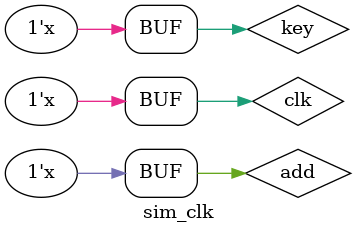
<source format=v>
`timescale 1ns / 1ps


module sim_clk;

    reg clk = 0;
    reg key = 0;
    reg add = 0;
    reg [15:0] key_value;
    
    always #10 
        clk = ~clk;
        
   always #200
            key = ~key;
    always #2000
            add = ~add;
        
       always@(*)
            if (add)
                key_value = {11'b0000_0000_000,key,4'b0000};
            else
                key_value = {10'b0000_0000_00,key,5'b0_0000};
    
    wire clk1k;
    wire keyclk;
    wire clk500k;
    wire clk_25MHz;//25
    wire clk_12_5MHz;//12.5
    wire clk_6_25MHz;//6.25MHz
    wire clk_choosed;


    clock_low uut_clk_low(
    .clk_in(clk),
    .segclk_out(clk1k),  //Êä³ö1000Hz,ÊýÂë¹ÜµÄÉ¨ÃèÆµÂÊÊÇ1000Hz
    .keyclk_out(keyclk),   //Êä³ö800Hz£¬°´¼üÏû¶¶ÆµÂÊÉèÎª50Hz£¬°´¼üÉ¨ÃèÆµÂÊÊÇÏû¶¶ÆµÂÊµÄ16±¶£¬Òò´ËÊÇ800Hz
    .clk500k_out(clk500k)
);

    clk_wiz_0 uut_clk_wiz(
        .clk_out1(clk_25MHz),//25
        .clk_out2(clk_12_5MHz),//12.5
        .clk_out3(clk_6_25MHz),//6.25MHz
        .clk_in1(clk)
     );
     
      clk_mux uut_clk_mux(
         .clk50_in(clk),
         .clk25_in(clk_25MHz),
         .clk125_in(clk1k),
         .clk625_in(keyclk),
         .keyval_in(key_value),
         .clkM_out(clk_choosed)
     //    output reg clkK_out
         );


endmodule

</source>
